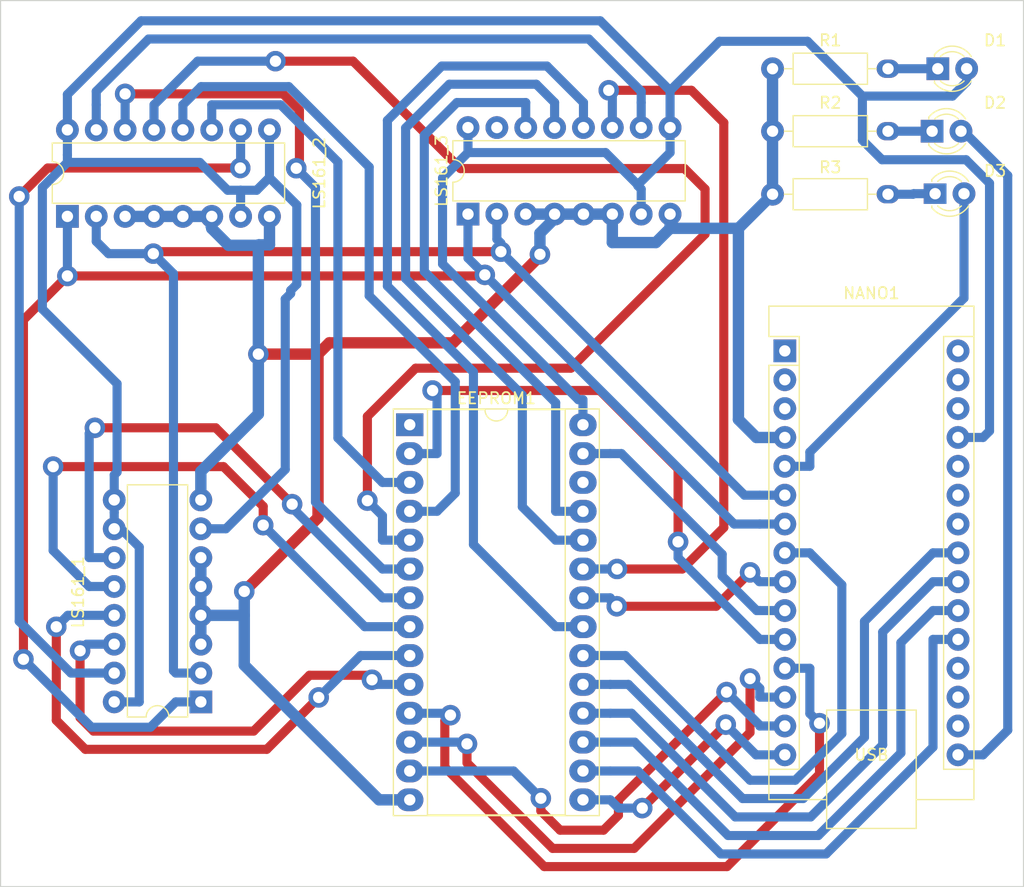
<source format=kicad_pcb>
(kicad_pcb (version 20240108) (generator "pcbnew") (generator_version "8.0")
  (layers (0 "F.Cu" signal) (31 "B.Cu" signal) (34 "B.Paste" user) (35 "F.Paste" user) (36 "B.SilkS" user "B.Silkscreen") (37 "F.SilkS" user "F.Silkscreen") (38 "B.Mask" user) (39 "F.Mask" user) (44 "Edge.Cuts" user))
  (net 0 "")
  (net 1 "VCC")
  (net 2 "Net-(D1-K)")
  (net 3 "Net-(D2-K)")
  (net 4 "Net-(D2-A)")
  (net 5 "Net-(D3-K)")
  (net 6 "Net-(D3-A)")
  (net 7 "Net-(EEPROM1-A12)")
  (net 8 "/D6")
  (net 9 "/D1")
  (net 10 "/D4")
  (net 11 "Net-(EEPROM1-A11)")
  (net 12 "/D0")
  (net 13 "/D5")
  (net 14 "/D3")
  (net 15 "/D2")
  (net 16 "Net-(EEPROM1-A6)")
  (net 17 "Net-(EEPROM1-~{WE})")
  (net 18 "Net-(EEPROM1-A1)")
  (net 19 "Net-(EEPROM1-A8)")
  (net 20 "GND")
  (net 21 "Net-(EEPROM1-A9)")
  (net 22 "Net-(EEPROM1-A2)")
  (net 23 "Net-(EEPROM1-~{CS})")
  (net 24 "Net-(EEPROM1-A3)")
  (net 25 "Net-(EEPROM1-A4)")
  (net 26 "Net-(EEPROM1-A0)")
  (net 27 "Net-(EEPROM1-A10)")
  (net 28 "/D7")
  (net 29 "Net-(EEPROM1-A5)")
  (net 30 "Net-(EEPROM1-~{OE})")
  (net 31 "Net-(EEPROM1-A7)")
  (net 32 "Net-(LS161_1-~{MR})")
  (net 33 "Net-(LS161_1-TC)")
  (net 34 "Net-(LS161_1-CP)")
  (net 35 "Net-(LS161_2-TC)")
  (footprint "Resistor_THT:R_Axial_DIN0207_L6.3mm_D2.5mm_P10.16mm_Horizontal" (layer "F.Cu") (at 175.42 53.05)
    (property "Reference" "R3")
    (property "Value" "330")
  )
  (footprint "Resistor_THT:R_Axial_DIN0207_L6.3mm_D2.5mm_P10.16mm_Horizontal" (layer "F.Cu") (at 175.42 42)
    (property "Reference" "R1")
    (property "Value" "180")
  )
  (footprint "Package_DIP:DIP-16_W7.62mm" (layer "F.Cu") (at 113.38 55 90)
    (property "Reference" "LS161_2")
    (property "Value" "74LS161")
  )
  (footprint "LED_THT:LED_D3.0mm" (layer "F.Cu") (at 189.96 42)
    (property "Reference" "D1")
    (property "Value" "PWR")
  )
  (footprint "Package_DIP:DIP-28_W15.24mm_Socket_LongPads" (layer "F.Cu") (at 143.5 73.34)
    (property "Reference" "EEPROM1")
    (property "Value" "28C64")
  )
  (footprint "Package_DIP:DIP-16_W7.62mm" (layer "F.Cu") (at 148.625 54.8 90)
    (property "Reference" "LS161_3")
    (property "Value" "74LS161")
  )
  (footprint "Resistor_THT:R_Axial_DIN0207_L6.3mm_D2.5mm_P10.16mm_Horizontal" (layer "F.Cu") (at 175.42 47.5)
    (property "Reference" "R2")
    (property "Value" "220")
  )
  (footprint "Module:Arduino_Nano" (layer "F.Cu") (at 176.5 66.84)
    (property "Reference" "NANO1")
    (property "Value" "Arduino_Nano_v3.x")
  )
  (footprint "Package_DIP:DIP-16_W7.62mm" (layer "F.Cu") (at 125.12 97.74 180)
    (property "Reference" "LS161_1")
    (property "Value" "74LS161")
  )
  (footprint "LED_THT:LED_D3.0mm" (layer "F.Cu") (at 189.46 47.5)
    (property "Reference" "D2")
    (property "Value" "OK")
  )
  (footprint "LED_THT:LED_D3.0mm" (layer "F.Cu") (at 189.725 53)
    (property "Reference" "D3")
    (property "Value" "ERROR")
  )
  (gr_rect (start 107.5 36) (end 197.5 114) (stroke (width 0.1)) (fill none) (layer "Edge.Cuts"))
  (segment (start 146.3855 59.1856) (end 146.3855 51.6212) (width 0.8) (layer "B.Cu") (net 1))
  (segment (start 133.0219 61.7925) (end 133.0219 61.5235) (width 0.8) (layer "B.Cu") (net 1))
  (segment (start 160.2581 37.782) (end 119.8633 37.782) (width 0.8) (layer "B.Cu") (net 1))
  (segment (start 170.7486 39.5853) (end 166.405 43.9289) (width 0.8) (layer "B.Cu") (net 1))
  (segment (start 191.74 74.46) (end 193.9417 74.46) (width 0.8) (layer "B.Cu") (net 1))
  (segment (start 158.74 71.1383) (end 158.3382 71.1383) (width 0.8) (layer "B.Cu") (net 1))
  (segment (start 125.0263 50.2461) (end 113.38 50.2461) (width 0.8) (layer "B.Cu") (net 1))
  (segment (start 127.3217 82.5) (end 132.5473 77.2744) (width 0.8) (layer "B.Cu") (net 1))
  (segment (start 158.3382 71.1383) (end 146.3855 59.1856) (width 0.8) (layer "B.Cu") (net 1))
  (segment (start 113.38 44.2653) (end 113.38 47.38) (width 0.8) (layer "B.Cu") (net 1))
  (segment (start 117.5 81.0608) (end 117.5 82.1617) (width 0.8) (layer "B.Cu") (net 1))
  (segment (start 192.4414 50.0108) (end 194.5108 52.0802) (width 0.8) (layer "B.Cu") (net 1))
  (segment (start 166.405 43.9289) (end 166.405 47.18) (width 0.8) (layer "B.Cu") (net 1))
  (segment (start 158.74 73.34) (end 158.74 71.1383) (width 0.8) (layer "B.Cu") (net 1))
  (segment (start 166.405 43.9289) (end 160.2581 37.782) (width 0.8) (layer "B.Cu") (net 1))
  (segment (start 130.0311 52.6983) (end 131.149 51.5804) (width 0.8) (layer "B.Cu") (net 1))
  (segment (start 113.38 47.38) (end 113.38 49.5817) (width 0.8) (layer "B.Cu") (net 1))
  (segment (start 119.7017 97.74) (end 119.7017 84.1068) (width 0.8) (layer "B.Cu") (net 1))
  (segment (start 185.0507 50.0108) (end 192.4414 50.0108) (width 0.8) (layer "B.Cu") (net 1))
  (segment (start 128.62 55) (end 128.62 52.7983) (width 0.8) (layer "B.Cu") (net 1))
  (segment (start 111.1783 63.1577) (end 117.751 69.7304) (width 0.8) (layer "B.Cu") (net 1))
  (segment (start 191.2489 44.4105) (end 183.3252 44.4105) (width 0.8) (layer "B.Cu") (net 1))
  (segment (start 163.5668 52.3001) (end 163.5668 52.2199) (width 0.8) (layer "B.Cu") (net 1))
  (segment (start 119.7017 84.1068) (end 117.7566 82.1617) (width 0.8) (layer "B.Cu") (net 1))
  (segment (start 178.5 39.5853) (end 170.7486 39.5853) (width 0.8) (layer "B.Cu") (net 1))
  (segment (start 113.38 50.2461) (end 113.38 49.5817) (width 0.8) (layer "B.Cu") (net 1))
  (segment (start 117.751 69.7304) (end 117.751 77.5073) (width 0.8) (layer "B.Cu") (net 1))
  (segment (start 192.5 43.1594) (end 191.2489 44.4105) (width 0.8) (layer "B.Cu") (net 1))
  (segment (start 194.5108 52.0802) (end 194.5108 73.8909) (width 0.8) (layer "B.Cu") (net 1))
  (segment (start 131.149 51.5804) (end 131.16 51.5694) (width 0.8) (layer "B.Cu") (net 1))
  (segment (start 125.12 82.5) (end 127.3217 82.5) (width 0.8) (layer "B.Cu") (net 1))
  (segment (start 192.5 42) (end 192.5 43.1594) (width 0.8) (layer "B.Cu") (net 1))
  (segment (start 119.8633 37.782) (end 113.38 44.2653) (width 0.8) (layer "B.Cu") (net 1))
  (segment (start 132.5473 77.2744) (end 132.5473 62.2671) (width 0.8) (layer "B.Cu") (net 1))
  (segment (start 117.5 81.0608) (end 117.5 79.96) (width 0.8) (layer "B.Cu") (net 1))
  (segment (start 133.5624 53.9939) (end 131.149 51.5804) (width 0.8) (layer "B.Cu") (net 1))
  (segment (start 127.4785 52.6983) (end 125.0263 50.2461) (width 0.8) (layer "B.Cu") (net 1))
  (segment (start 131.16 51.5694) (end 131.16 47.38) (width 0.8) (layer "B.Cu") (net 1))
  (segment (start 113.38 50.2461) (end 111.1783 52.4478) (width 0.8) (layer "B.Cu") (net 1))
  (segment (start 117.5 79.96) (end 117.5 77.7583) (width 0.8) (layer "B.Cu") (net 1))
  (segment (start 111.1783 52.4478) (end 111.1783 63.1577) (width 0.8) (layer "B.Cu") (net 1))
  (segment (start 146.3855 51.6212) (end 148.625 49.3817) (width 0.8) (layer "B.Cu") (net 1))
  (segment (start 194.5108 73.8909) (end 193.9417 74.46) (width 0.8) (layer "B.Cu") (net 1))
  (segment (start 133.0617 61.4816) (end 133.5624 60.9809) (width 0.8) (layer "B.Cu") (net 1))
  (segment (start 128.62 52.6983) (end 130.0311 52.6983) (width 0.8) (layer "B.Cu") (net 1))
  (segment (start 128.62 52.6983) (end 127.4785 52.6983) (width 0.8) (layer "B.Cu") (net 1))
  (segment (start 166.405 47.18) (end 166.405 49.3817) (width 0.8) (layer "B.Cu") (net 1))
  (segment (start 133.5624 60.9809) (end 133.5624 53.9939) (width 0.8) (layer "B.Cu") (net 1))
  (segment (start 183.3252 44.4105) (end 183.3252 48.2853) (width 0.8) (layer "B.Cu") (net 1))
  (segment (start 163.5668 52.2199) (end 160.7286 49.3817) (width 0.8) (layer "B.Cu") (net 1))
  (segment (start 133.0617 61.4837) (end 133.0617 61.4816) (width 0.8) (layer "B.Cu") (net 1))
  (segment (start 117.7566 82.1617) (end 117.5 82.1617) (width 0.8) (layer "B.Cu") (net 1))
  (segment (start 183.3252 44.4105) (end 178.5 39.5853) (width 0.8) (layer "B.Cu") (net 1))
  (segment (start 163.5668 52.2199) (end 166.405 49.3817) (width 0.8) (layer "B.Cu") (net 1))
  (segment (start 117.5 97.74) (end 119.7017 97.74) (width 0.8) (layer "B.Cu") (net 1))
  (segment (start 132.5473 62.2671) (end 133.0219 61.7925) (width 0.8) (layer "B.Cu") (net 1))
  (segment (start 163.865 54.8) (end 163.865 52.5983) (width 0.8) (layer "B.Cu") (net 1))
  (segment (start 148.625 47.18) (end 148.625 49.3817) (width 0.8) (layer "B.Cu") (net 1))
  (segment (start 128.62 52.7983) (end 128.62 52.6983) (width 0.8) (layer "B.Cu") (net 1))
  (segment (start 117.751 77.5073) (end 117.5 77.7583) (width 0.8) (layer "B.Cu") (net 1))
  (segment (start 163.865 52.5983) (end 163.5668 52.3001) (width 0.8) (layer "B.Cu") (net 1))
  (segment (start 160.7286 49.3817) (end 148.625 49.3817) (width 0.8) (layer "B.Cu") (net 1))
  (segment (start 117.5 82.5) (end 117.5 82.1617) (width 0.8) (layer "B.Cu") (net 1))
  (segment (start 133.0219 61.5235) (end 133.0617 61.4837) (width 0.8) (layer "B.Cu") (net 1))
  (segment (start 183.3252 48.2853) (end 185.0507 50.0108) (width 0.8) (layer "B.Cu") (net 1))
  (segment (start 189.96 42) (end 185.58 42) (width 0.8) (layer "B.Cu") (net 2))
  (segment (start 189.46 47.5) (end 185.58 47.5) (width 0.8) (layer "B.Cu") (net 3))
  (segment (start 196.1125 100.2292) (end 196.1125 51.4004) (width 0.8) (layer "B.Cu") (net 4))
  (segment (start 191.74 102.4) (end 193.9417 102.4) (width 0.8) (layer "B.Cu") (net 4))
  (segment (start 196.1125 51.4004) (end 192.2121 47.5) (width 0.8) (layer "B.Cu") (net 4))
  (segment (start 192.2121 47.5) (end 192 47.5) (width 0.8) (layer "B.Cu") (net 4))
  (segment (start 193.9417 102.4) (end 196.1125 100.2292) (width 0.8) (layer "B.Cu") (net 4))
  (segment (start 185.58 53.05) (end 187.7817 53.05) (width 0.8) (layer "B.Cu") (net 5))
  (segment (start 187.8317 53) (end 187.7817 53.05) (width 0.8) (layer "B.Cu") (net 5))
  (segment (start 189.725 53) (end 187.8317 53) (width 0.8) (layer "B.Cu") (net 5))
  (segment (start 176.5 77) (end 178.7017 77) (width 0.8) (layer "B.Cu") (net 6))
  (segment (start 192.265 53) (end 192.265 62.1879) (width 0.8) (layer "B.Cu") (net 6))
  (segment (start 192.265 62.1879) (end 178.7017 75.7512) (width 0.8) (layer "B.Cu") (net 6))
  (segment (start 178.7017 75.7512) (end 178.7017 77) (width 0.8) (layer "B.Cu") (net 6))
  (segment (start 160.2184 70.3267) (end 145.5114 70.3267) (width 0.8) (layer "F.Cu") (net 7))
  (segment (start 167.1093 77.2176) (end 160.2184 70.3267) (width 0.8) (layer "F.Cu") (net 7))
  (segment (start 167.1093 83.6461) (end 167.1093 77.2176) (width 0.8) (layer "F.Cu") (net 7))
  (via (at 167.1093 83.6461) (size 1.8) (drill 1) (layers "F.Cu" "B.Cu") (net 7))
  (via (at 145.5114 70.3267) (size 1.8) (drill 1) (layers "F.Cu" "B.Cu") (net 7))
  (segment (start 174.2983 92.24) (end 167.1093 85.051) (width 0.8) (layer "B.Cu") (net 7))
  (segment (start 143.5 75.88) (end 145.9017 75.88) (width 0.8) (layer "B.Cu") (net 7))
  (segment (start 176.5 92.24) (end 174.2983 92.24) (width 0.8) (layer "B.Cu") (net 7))
  (segment (start 145.9017 70.717) (end 145.9017 75.88) (width 0.8) (layer "B.Cu") (net 7))
  (segment (start 145.5114 70.3267) (end 145.9017 70.717) (width 0.8) (layer "B.Cu") (net 7))
  (segment (start 167.1093 85.051) (end 167.1093 83.6461) (width 0.8) (layer "B.Cu") (net 7))
  (segment (start 185.11 91.5883) (end 189.5383 87.16) (width 0.8) (layer "B.Cu") (net 8))
  (segment (start 178.7772 107.8642) (end 185.11 101.5314) (width 0.8) (layer "B.Cu") (net 8))
  (segment (start 172.1376 107.8642) (end 178.7772 107.8642) (width 0.8) (layer "B.Cu") (net 8))
  (segment (start 161.1417 98.74) (end 163.0134 98.74) (width 0.8) (layer "B.Cu") (net 8))
  (segment (start 163.0134 98.74) (end 172.1376 107.8642) (width 0.8) (layer "B.Cu") (net 8))
  (segment (start 191.74 87.16) (end 189.5383 87.16) (width 0.8) (layer "B.Cu") (net 8))
  (segment (start 185.11 101.5314) (end 185.11 91.5883) (width 0.8) (layer "B.Cu") (net 8))
  (segment (start 158.74 98.74) (end 161.1417 98.74) (width 0.8) (layer "B.Cu") (net 8))
  (segment (start 173.4391 100.4353) (end 173.4391 95.6847) (width 0.8) (layer "F.Cu") (net 9))
  (segment (start 163.2394 110.635) (end 173.4391 100.4353) (width 0.8) (layer "F.Cu") (net 9))
  (segment (start 148.5374 103.1049) (end 156.0675 110.635) (width 0.8) (layer "F.Cu") (net 9))
  (segment (start 148.5374 101.4331) (end 148.5374 103.1049) (width 0.8) (layer "F.Cu") (net 9))
  (segment (start 156.0675 110.635) (end 163.2394 110.635) (width 0.8) (layer "F.Cu") (net 9))
  (via (at 173.4391 95.6847) (size 1.8) (drill 1) (layers "F.Cu" "B.Cu") (net 9))
  (via (at 148.5374 101.4331) (size 1.8) (drill 1) (layers "F.Cu" "B.Cu") (net 9))
  (segment (start 143.5 101.28) (end 148.3843 101.28) (width 0.8) (layer "B.Cu") (net 9))
  (segment (start 176.5 97.32) (end 174.2983 97.32) (width 0.8) (layer "B.Cu") (net 9))
  (segment (start 174.2983 97.32) (end 174.2983 96.5439) (width 0.8) (layer "B.Cu") (net 9))
  (segment (start 148.3843 101.28) (end 148.5374 101.4331) (width 0.8) (layer "B.Cu") (net 9))
  (segment (start 174.2983 96.5439) (end 173.4391 95.6847) (width 0.8) (layer "B.Cu") (net 9))
  (segment (start 189.5383 101.7186) (end 189.5383 92.24) (width 0.8) (layer "B.Cu") (net 10))
  (segment (start 180.1306 111.1263) (end 189.5383 101.7186) (width 0.8) (layer "B.Cu") (net 10))
  (segment (start 158.74 103.82) (end 161.1417 103.82) (width 0.8) (layer "B.Cu") (net 10))
  (segment (start 170.8693 111.1263) (end 180.1306 111.1263) (width 0.8) (layer "B.Cu") (net 10))
  (segment (start 191.74 92.24) (end 189.5383 92.24) (width 0.8) (layer "B.Cu") (net 10))
  (segment (start 163.563 103.82) (end 170.8693 111.1263) (width 0.8) (layer "B.Cu") (net 10))
  (segment (start 161.1417 103.82) (end 163.563 103.82) (width 0.8) (layer "B.Cu") (net 10))
  (segment (start 171.1298 46.7471) (end 171.1298 82.3944) (width 0.8) (layer "F.Cu") (net 11))
  (segment (start 161.0097 43.8994) (end 168.2821 43.8994) (width 0.8) (layer "F.Cu") (net 11))
  (segment (start 171.1298 82.3944) (end 167.4842 86.04) (width 0.8) (layer "F.Cu") (net 11))
  (segment (start 168.2821 43.8994) (end 171.1298 46.7471) (width 0.8) (layer "F.Cu") (net 11))
  (segment (start 167.4842 86.04) (end 161.7404 86.04) (width 0.8) (layer "F.Cu") (net 11))
  (via (at 161.0097 43.8994) (size 1.8) (drill 1) (layers "F.Cu" "B.Cu") (net 11))
  (via (at 161.7404 86.04) (size 1.8) (drill 1) (layers "F.Cu" "B.Cu") (net 11))
  (segment (start 161.325 47.18) (end 161.325 44.2147) (width 0.8) (layer "B.Cu") (net 11))
  (segment (start 158.74 86.04) (end 161.7404 86.04) (width 0.8) (layer "B.Cu") (net 11))
  (segment (start 161.325 44.2147) (end 161.0097 43.8994) (width 0.8) (layer "B.Cu") (net 11))
  (segment (start 179.5523 104.1033) (end 179.5523 99.6158) (width 0.8) (layer "F.Cu") (net 12))
  (segment (start 155.3332 112.2367) (end 171.4189 112.2367) (width 0.8) (layer "F.Cu") (net 12))
  (segment (start 171.4189 112.2367) (end 179.5523 104.1033) (width 0.8) (layer "F.Cu") (net 12))
  (segment (start 146.5857 103.4892) (end 155.3332 112.2367) (width 0.8) (layer "F.Cu") (net 12))
  (segment (start 147.078 98.9074) (end 146.5857 99.3997) (width 0.8) (layer "F.Cu") (net 12))
  (segment (start 146.5857 99.3997) (end 146.5857 103.4892) (width 0.8) (layer "F.Cu") (net 12))
  (via (at 179.5523 99.6158) (size 1.8) (drill 1) (layers "F.Cu" "B.Cu") (net 12))
  (via (at 147.078 98.9074) (size 1.8) (drill 1) (layers "F.Cu" "B.Cu") (net 12))
  (segment (start 176.5 94.78) (end 178.7017 94.78) (width 0.8) (layer "B.Cu") (net 12))
  (segment (start 143.5 98.74) (end 146.9106 98.74) (width 0.8) (layer "B.Cu") (net 12))
  (segment (start 178.7017 98.7652) (end 179.5523 99.6158) (width 0.8) (layer "B.Cu") (net 12))
  (segment (start 178.7017 94.78) (end 178.7017 98.7652) (width 0.8) (layer "B.Cu") (net 12))
  (segment (start 146.9106 98.74) (end 147.078 98.9074) (width 0.8) (layer "B.Cu") (net 12))
  (segment (start 179.446 109.503) (end 186.7117 102.2373) (width 0.8) (layer "B.Cu") (net 13))
  (segment (start 191.74 89.7) (end 189.5383 89.7) (width 0.8) (layer "B.Cu") (net 13))
  (segment (start 161.1417 101.28) (end 163.2882 101.28) (width 0.8) (layer "B.Cu") (net 13))
  (segment (start 163.2882 101.28) (end 171.5112 109.503) (width 0.8) (layer "B.Cu") (net 13))
  (segment (start 171.5112 109.503) (end 179.446 109.503) (width 0.8) (layer "B.Cu") (net 13))
  (segment (start 186.7117 92.5266) (end 189.5383 89.7) (width 0.8) (layer "B.Cu") (net 13))
  (segment (start 158.74 101.28) (end 161.1417 101.28) (width 0.8) (layer "B.Cu") (net 13))
  (segment (start 186.7117 102.2373) (end 186.7117 92.5266) (width 0.8) (layer "B.Cu") (net 13))
  (segment (start 171.3058 99.7394) (end 163.9559 107.0893) (width 0.8) (layer "F.Cu") (net 14))
  (via (at 171.3058 99.7394) (size 1.8) (drill 1) (layers "F.Cu" "B.Cu") (net 14))
  (via (at 163.9559 107.0893) (size 1.8) (drill 1) (layers "F.Cu" "B.Cu") (net 14))
  (segment (start 176.5 102.4) (end 173.9664 102.4) (width 0.8) (layer "B.Cu") (net 14))
  (segment (start 161.871 107.0893) (end 163.9559 107.0893) (width 0.8) (layer "B.Cu") (net 14))
  (segment (start 158.74 106.36) (end 161.1417 106.36) (width 0.8) (layer "B.Cu") (net 14))
  (segment (start 161.1417 106.36) (end 161.871 107.0893) (width 0.8) (layer "B.Cu") (net 14))
  (segment (start 173.9664 102.4) (end 171.3058 99.7394) (width 0.8) (layer "B.Cu") (net 14))
  (segment (start 155.035 107.3374) (end 156.7309 109.0333) (width 0.8) (layer "F.Cu") (net 15))
  (segment (start 160.5499 109.0333) (end 161.8605 107.7227) (width 0.8) (layer "F.Cu") (net 15))
  (segment (start 155.035 106.2191) (end 155.035 107.3374) (width 0.8) (layer "F.Cu") (net 15))
  (segment (start 161.8605 106.3875) (end 171.3735 96.8745) (width 0.8) (layer "F.Cu") (net 15))
  (segment (start 161.8605 107.7227) (end 161.8605 106.3875) (width 0.8) (layer "F.Cu") (net 15))
  (segment (start 155.0349 106.2191) (end 155.035 106.2191) (width 0.8) (layer "F.Cu") (net 15))
  (segment (start 156.7309 109.0333) (end 160.5499 109.0333) (width 0.8) (layer "F.Cu") (net 15))
  (via (at 171.3735 96.8745) (size 1.8) (drill 1) (layers "F.Cu" "B.Cu") (net 15))
  (via (at 155.0349 106.2191) (size 1.8) (drill 1) (layers "F.Cu" "B.Cu") (net 15))
  (segment (start 174.2983 99.7993) (end 171.3735 96.8745) (width 0.8) (layer "B.Cu") (net 15))
  (segment (start 155.0349 106.2191) (end 152.6358 103.82) (width 0.8) (layer "B.Cu") (net 15))
  (segment (start 174.2983 99.86) (end 174.2983 99.7993) (width 0.8) (layer "B.Cu") (net 15))
  (segment (start 152.6358 103.82) (end 143.5 103.82) (width 0.8) (layer "B.Cu") (net 15))
  (segment (start 176.5 99.86) (end 174.2983 99.86) (width 0.8) (layer "B.Cu") (net 15))
  (segment (start 125.1417 43.5766) (end 123.54 45.1783) (width 0.8) (layer "B.Cu") (net 16))
  (segment (start 139.9321 61.9872) (end 139.9321 50.6534) (width 0.8) (layer "B.Cu") (net 16))
  (segment (start 147.5034 79.3583) (end 147.5034 69.5585) (width 0.8) (layer "B.Cu") (net 16))
  (segment (start 132.8553 43.5766) (end 125.1417 43.5766) (width 0.8) (layer "B.Cu") (net 16))
  (segment (start 143.5 80.96) (end 145.9017 80.96) (width 0.8) (layer "B.Cu") (net 16))
  (segment (start 139.9321 50.6534) (end 132.8553 43.5766) (width 0.8) (layer "B.Cu") (net 16))
  (segment (start 147.5034 69.5585) (end 139.9321 61.9872) (width 0.8) (layer "B.Cu") (net 16))
  (segment (start 123.54 47.38) (end 123.54 45.1783) (width 0.8) (layer "B.Cu") (net 16))
  (segment (start 145.9017 80.96) (end 147.5034 79.3583) (width 0.8) (layer "B.Cu") (net 16))
  (segment (start 170.9894 84.7443) (end 162.1251 75.88) (width 0.8) (layer "B.Cu") (net 17))
  (segment (start 174.2983 89.7) (end 174.0261 89.7) (width 0.8) (layer "B.Cu") (net 17))
  (segment (start 162.1251 75.88) (end 161.1417 75.88) (width 0.8) (layer "B.Cu") (net 17))
  (segment (start 176.5 89.7) (end 174.2983 89.7) (width 0.8) (layer "B.Cu") (net 17))
  (segment (start 174.0261 89.7) (end 170.9894 86.6633) (width 0.8) (layer "B.Cu") (net 17))
  (segment (start 170.9894 86.6633) (end 170.9894 84.7443) (width 0.8) (layer "B.Cu") (net 17))
  (segment (start 158.74 75.88) (end 161.1417 75.88) (width 0.8) (layer "B.Cu") (net 17))
  (segment (start 112.404 99.3601) (end 114.9583 101.9144) (width 0.8) (layer "F.Cu") (net 18))
  (segment (start 114.9583 101.9144) (end 130.9212 101.9144) (width 0.8) (layer "F.Cu") (net 18))
  (segment (start 112.404 91.1293) (end 112.404 99.3601) (width 0.8) (layer "F.Cu") (net 18))
  (segment (start 130.9212 101.9144) (end 135.4896 97.346) (width 0.8) (layer "F.Cu") (net 18))
  (via (at 112.404 91.1293) (size 1.8) (drill 1) (layers "F.Cu" "B.Cu") (net 18))
  (via (at 135.4896 97.346) (size 1.8) (drill 1) (layers "F.Cu" "B.Cu") (net 18))
  (segment (start 113.4133 90.12) (end 112.404 91.1293) (width 0.8) (layer "B.Cu") (net 18))
  (segment (start 139.1756 93.66) (end 143.5 93.66) (width 0.8) (layer "B.Cu") (net 18))
  (segment (start 117.5 90.12) (end 113.4133 90.12) (width 0.8) (layer "B.Cu") (net 18))
  (segment (start 135.4896 97.346) (end 139.1756 93.66) (width 0.8) (layer "B.Cu") (net 18))
  (segment (start 144.783 47.8451) (end 147.6498 44.9783) (width 0.8) (layer "B.Cu") (net 19))
  (segment (start 147.6498 44.9783) (end 153.705 44.9783) (width 0.8) (layer "B.Cu") (net 19))
  (segment (start 156.3383 71.4036) (end 144.783 59.8483) (width 0.8) (layer "B.Cu") (net 19))
  (segment (start 156.3383 80.96) (end 156.3383 71.4036) (width 0.8) (layer "B.Cu") (net 19))
  (segment (start 153.705 47.18) (end 153.705 44.9783) (width 0.8) (layer "B.Cu") (net 19))
  (segment (start 158.74 80.96) (end 156.3383 80.96) (width 0.8) (layer "B.Cu") (net 19))
  (segment (start 144.783 59.8483) (end 144.783 47.8451) (width 0.8) (layer "B.Cu") (net 19))
  (segment (start 154.9552 58.483) (end 147.3088 66.1294) (width 1) (layer "F.Cu") (net 20))
  (segment (start 136.4232 66.1294) (end 135.4299 67.1227) (width 1) (layer "F.Cu") (net 20))
  (segment (start 135.4299 81.5208) (end 128.9417 88.009) (width 1) (layer "F.Cu") (net 20))
  (segment (start 154.9552 58.3421) (end 154.9552 58.483) (width 1) (layer "F.Cu") (net 20))
  (segment (start 135.4299 67.1227) (end 135.4299 81.5208) (width 1) (layer "F.Cu") (net 20))
  (segment (start 147.3088 66.1294) (end 136.4232 66.1294) (width 1) (layer "F.Cu") (net 20))
  (segment (start 135.4299 67.1227) (end 130.1814 67.1227) (width 1) (layer "F.Cu") (net 20))
  (via (at 130.1814 67.1227) (size 1.8) (drill 1) (layers "F.Cu" "B.Cu") (net 20))
  (via (at 128.9417 88.009) (size 1.8) (drill 1) (layers "F.Cu" "B.Cu") (net 20))
  (via (at 154.9552 58.3421) (size 1.8) (drill 1) (layers "F.Cu" "B.Cu") (net 20))
  (segment (start 161.325 57.3017) (end 165.1541 57.3017) (width 1) (layer "B.Cu") (net 20))
  (segment (start 128.9417 94.5034) (end 128.9417 90.12) (width 1) (layer "B.Cu") (net 20))
  (segment (start 125.12 87.58) (end 125.12 90.0817) (width 1) (layer "B.Cu") (net 20))
  (segment (start 130.1814 72.3969) (end 130.1814 67.1227) (width 1) (layer "B.Cu") (net 20))
  (segment (start 176.5 74.46) (end 173.9983 74.46) (width 1) (layer "B.Cu") (net 20))
  (segment (start 125.7455 90.12) (end 125.7072 90.0817) (width 1) (layer "B.Cu") (net 20))
  (segment (start 156.245 54.9292) (end 156.2833 54.8909) (width 1) (layer "B.Cu") (net 20))
  (segment (start 173.9983 74.46) (end 172.4192 72.8809) (width 1) (layer "B.Cu") (net 20))
  (segment (start 143.5 106.36) (end 140.7983 106.36) (width 1) (layer "B.Cu") (net 20))
  (segment (start 123.54 55) (end 126.0417 55) (width 1) (layer "B.Cu") (net 20))
  (segment (start 156.2067 55.0201) (end 156.2067 54.8) (width 1) (layer "B.Cu") (net 20))
  (segment (start 125.12 77.4583) (end 130.1814 72.3969) (width 1) (layer "B.Cu") (net 20))
  (segment (start 156.245 54.8) (end 156.245 54.9292) (width 1) (layer "B.Cu") (net 20))
  (segment (start 140.7983 106.36) (end 128.9417 94.5034) (width 1) (layer "B.Cu") (net 20))
  (segment (start 126.08 55.9381) (end 126.0417 55.8998) (width 1) (layer "B.Cu") (net 20))
  (segment (start 121 55) (end 118.46 55) (width 1) (layer "B.Cu") (net 20))
  (segment (start 131.16 57.5017) (end 130.2255 57.5017) (width 1) (layer "B.Cu") (net 20))
  (segment (start 125.12 85.04) (end 125.12 87.58) (width 1) (layer "B.Cu") (net 20))
  (segment (start 166.405 56.0508) (end 172.4192 56.0508) (width 1) (layer "B.Cu") (net 20))
  (segment (start 125.12 79.96) (end 125.12 77.4583) (width 1) (layer "B.Cu") (net 20))
  (segment (start 172.4192 56.0508) (end 175.42 53.05) (width 1) (layer "B.Cu") (net 20))
  (segment (start 130.1814 57.5458) (end 127.557 57.5458) (width 1) (layer "B.Cu") (net 20))
  (segment (start 156.245 54.9292) (end 156.245 55.0584) (width 1) (layer "B.Cu") (net 20))
  (segment (start 131.16 55) (end 131.16 57.5017) (width 1) (layer "B.Cu") (net 20))
  (segment (start 130.2255 57.5017) (end 130.1814 57.5458) (width 1) (layer "B.Cu") (net 20))
  (segment (start 127.557 57.5458) (end 126.08 56.0688) (width 1) (layer "B.Cu") (net 20))
  (segment (start 128.9417 90.12) (end 128.9417 88.009) (width 1) (layer "B.Cu") (net 20))
  (segment (start 156.2833 54.8909) (end 156.2833 54.8) (width 1) (layer "B.Cu") (net 20))
  (segment (start 166.405 54.8) (end 166.405 56.0508) (width 1) (layer "B.Cu") (net 20))
  (segment (start 175.42 53.05) (end 175.42 47.5) (width 1) (layer "B.Cu") (net 20))
  (segment (start 158.785 54.8) (end 156.2833 54.8) (width 1) (layer "B.Cu") (net 20))
  (segment (start 172.4192 72.8809) (end 172.4192 56.0508) (width 1) (layer "B.Cu") (net 20))
  (segment (start 126.08 56.0688) (end 126.08 55.9381) (width 1) (layer "B.Cu") (net 20))
  (segment (start 156.245 55.0584) (end 156.2067 55.0201) (width 1) (layer "B.Cu") (net 20))
  (segment (start 123.54 55) (end 121 55) (width 1) (layer "B.Cu") (net 20))
  (segment (start 153.705 54.8) (end 156.2067 54.8) (width 1) (layer "B.Cu") (net 20))
  (segment (start 156.245 55.1876) (end 154.9552 56.4774) (width 1) (layer "B.Cu") (net 20))
  (segment (start 126.08 55) (end 126.08 55.9381) (width 1) (layer "B.Cu") (net 20))
  (segment (start 161.325 54.8) (end 161.325 57.3017) (width 1) (layer "B.Cu") (net 20))
  (segment (start 125.3945 90.1583) (end 125.12 90.1583) (width 1) (layer "B.Cu") (net 20))
  (segment (start 130.1814 67.1227) (end 130.1814 57.5458) (width 1) (layer "B.Cu") (net 20))
  (segment (start 125.7072 90.0817) (end 125.12 90.0817) (width 1) (layer "B.Cu") (net 20))
  (segment (start 128.9417 90.12) (end 125.7455 90.12) (width 1) (layer "B.Cu") (net 20))
  (segment (start 125.12 92.66) (end 125.12 90.1583) (width 1) (layer "B.Cu") (net 20))
  (segment (start 125.12 90.12) (end 125.4328 90.12) (width 1) (layer "B.Cu") (net 20))
  (segment (start 165.1541 57.3017) (end 166.405 56.0508) (width 1) (layer "B.Cu") (net 20))
  (segment (start 158.785 54.8) (end 161.325 54.8) (width 1) (layer "B.Cu") (net 20))
  (segment (start 125.4328 90.12) (end 125.3945 90.1583) (width 1) (layer "B.Cu") (net 20))
  (segment (start 175.42 42) (end 175.42 47.5) (width 1) (layer "B.Cu") (net 20))
  (segment (start 125.4328 90.12) (end 125.7455 90.12) (width 1) (layer "B.Cu") (net 20))
  (segment (start 154.9552 56.4774) (end 154.9552 58.3421) (width 1) (layer "B.Cu") (net 20))
  (segment (start 156.245 55.0584) (end 156.245 55.1876) (width 1) (layer "B.Cu") (net 20))
  (segment (start 126.0417 55.8998) (end 126.0417 55) (width 1) (layer "B.Cu") (net 20))
  (segment (start 156.245 47.18) (end 156.245 44.9783) (width 0.8) (layer "B.Cu") (net 21))
  (segment (start 158.74 83.5) (end 156.3383 83.5) (width 0.8) (layer "B.Cu") (net 21))
  (segment (start 154.6327 43.366) (end 156.245 44.9783) (width 0.8) (layer "B.Cu") (net 21))
  (segment (start 153.4071 80.5688) (end 153.4071 70.7376) (width 0.8) (layer "B.Cu") (net 21))
  (segment (start 143.137 60.4675) (end 143.137 47.2114) (width 0.8) (layer "B.Cu") (net 21))
  (segment (start 143.137 47.2114) (end 146.9824 43.366) (width 0.8) (layer "B.Cu") (net 21))
  (segment (start 146.9824 43.366) (end 154.6327 43.366) (width 0.8) (layer "B.Cu") (net 21))
  (segment (start 153.4071 70.7376) (end 143.137 60.4675) (width 0.8) (layer "B.Cu") (net 21))
  (segment (start 156.3383 83.5) (end 153.4071 80.5688) (width 0.8) (layer "B.Cu") (net 21))
  (segment (start 127.1112 77.0273) (end 112.1263 77.0273) (width 0.8) (layer "F.Cu") (net 22))
  (segment (start 130.6076 82.1831) (end 130.6076 80.5237) (width 0.8) (layer "F.Cu") (net 22))
  (segment (start 130.6076 80.5237) (end 127.1112 77.0273) (width 0.8) (layer "F.Cu") (net 22))
  (via (at 130.6076 82.1831) (size 1.8) (drill 1) (layers "F.Cu" "B.Cu") (net 22))
  (via (at 112.1263 77.0273) (size 1.8) (drill 1) (layers "F.Cu" "B.Cu") (net 22))
  (segment (start 130.6076 82.1831) (end 139.5445 91.12) (width 0.8) (layer "B.Cu") (net 22))
  (segment (start 117.5 87.58) (end 115.2983 87.58) (width 0.8) (layer "B.Cu") (net 22))
  (segment (start 139.5445 91.12) (end 143.5 91.12) (width 0.8) (layer "B.Cu") (net 22))
  (segment (start 115.2983 87.58) (end 112.1263 84.408) (width 0.8) (layer "B.Cu") (net 22))
  (segment (start 112.1263 84.408) (end 112.1263 77.0273) (width 0.8) (layer "B.Cu") (net 22))
  (segment (start 162.466 93.66) (end 158.74 93.66) (width 0.8) (layer "B.Cu") (net 23))
  (segment (start 177.4194 104.6357) (end 173.4417 104.6357) (width 0.8) (layer "B.Cu") (net 23))
  (segment (start 181.5152 87.4335) (end 181.5152 100.5399) (width 0.8) (layer "B.Cu") (net 23))
  (segment (start 176.5 84.62) (end 178.7017 84.62) (width 0.8) (layer "B.Cu") (net 23))
  (segment (start 173.4417 104.6357) (end 162.466 93.66) (width 0.8) (layer "B.Cu") (net 23))
  (segment (start 181.5152 100.5399) (end 177.4194 104.6357) (width 0.8) (layer "B.Cu") (net 23))
  (segment (start 178.7017 84.62) (end 181.5152 87.4335) (width 0.8) (layer "B.Cu") (net 23))
  (segment (start 133.1531 80.3349) (end 126.4278 73.6096) (width 0.8) (layer "F.Cu") (net 24))
  (segment (start 126.4278 73.6096) (end 115.7992 73.6096) (width 0.8) (layer "F.Cu") (net 24))
  (via (at 115.7992 73.6096) (size 1.8) (drill 1) (layers "F.Cu" "B.Cu") (net 24))
  (via (at 133.1531 80.3349) (size 1.8) (drill 1) (layers "F.Cu" "B.Cu") (net 24))
  (segment (start 133.1531 80.3349) (end 133.1531 80.6348) (width 0.8) (layer "B.Cu") (net 24))
  (segment (start 143.5 88.58) (end 141.0983 88.58) (width 0.8) (layer "B.Cu") (net 24))
  (segment (start 115.2983 74.1105) (end 115.7992 73.6096) (width 0.8) (layer "B.Cu") (net 24))
  (segment (start 115.2983 85.04) (end 115.2983 74.1105) (width 0.8) (layer "B.Cu") (net 24))
  (segment (start 133.1531 80.6348) (end 141.0983 88.58) (width 0.8) (layer "B.Cu") (net 24))
  (segment (start 117.5 85.04) (end 115.2983 85.04) (width 0.8) (layer "B.Cu") (net 24))
  (segment (start 132.348 44.2132) (end 118.46 44.2132) (width 0.8) (layer "F.Cu") (net 25))
  (segment (start 133.7946 50.4839) (end 133.7946 45.6598) (width 0.8) (layer "F.Cu") (net 25))
  (segment (start 133.7946 45.6598) (end 132.348 44.2132) (width 0.8) (layer "F.Cu") (net 25))
  (segment (start 133.5177 50.7608) (end 133.7946 50.4839) (width 0.8) (layer "F.Cu") (net 25))
  (via (at 118.46 44.2132) (size 1.8) (drill 1) (layers "F.Cu" "B.Cu") (net 25))
  (via (at 133.5177 50.7608) (size 1.8) (drill 1) (layers "F.Cu" "B.Cu") (net 25))
  (segment (start 135.2064 80.1481) (end 135.2064 52.4495) (width 0.8) (layer "B.Cu") (net 25))
  (segment (start 143.5 86.04) (end 141.0983 86.04) (width 0.8) (layer "B.Cu") (net 25))
  (segment (start 135.2064 52.4495) (end 133.5177 50.7608) (width 0.8) (layer "B.Cu") (net 25))
  (segment (start 118.46 47.38) (end 118.46 44.2132) (width 0.8) (layer "B.Cu") (net 25))
  (segment (start 141.0983 86.04) (end 135.2064 80.1481) (width 0.8) (layer "B.Cu") (net 25))
  (segment (start 115.6813 100.3116) (end 129.7639 100.3116) (width 0.8) (layer "F.Cu") (net 26))
  (segment (start 114.4938 93.2374) (end 114.4938 99.1241) (width 0.8) (layer "F.Cu") (net 26))
  (segment (start 134.6812 95.3943) (end 139.7834 95.3943) (width 0.8) (layer "F.Cu") (net 26))
  (segment (start 114.4938 99.1241) (end 115.6813 100.3116) (width 0.8) (layer "F.Cu") (net 26))
  (segment (start 129.7639 100.3116) (end 134.6812 95.3943) (width 0.8) (layer "F.Cu") (net 26))
  (segment (start 139.7834 95.3943) (end 140.1797 95.7906) (width 0.8) (layer "F.Cu") (net 26))
  (via (at 140.1797 95.7906) (size 1.8) (drill 1) (layers "F.Cu" "B.Cu") (net 26))
  (via (at 114.4938 93.2374) (size 1.8) (drill 1) (layers "F.Cu" "B.Cu") (net 26))
  (segment (start 117.5 92.66) (end 115.0712 92.66) (width 0.8) (layer "B.Cu") (net 26))
  (segment (start 143.5 96.2) (end 140.5891 96.2) (width 0.8) (layer "B.Cu") (net 26))
  (segment (start 115.0712 92.66) (end 114.4938 93.2374) (width 0.8) (layer "B.Cu") (net 26))
  (segment (start 140.5891 96.2) (end 140.1797 95.7906) (width 0.8) (layer "B.Cu") (net 26))
  (segment (start 141.5353 46.5479) (end 146.3189 41.7643) (width 0.8) (layer "B.Cu") (net 27))
  (segment (start 149.1051 68.7009) (end 141.5353 61.1311) (width 0.8) (layer "B.Cu") (net 27))
  (segment (start 141.5353 61.1311) (end 141.5353 46.5479) (width 0.8) (layer "B.Cu") (net 27))
  (segment (start 158.785 47.18) (end 158.785 44.9783) (width 0.8) (layer "B.Cu") (net 27))
  (segment (start 155.571 41.7643) (end 158.785 44.9783) (width 0.8) (layer "B.Cu") (net 27))
  (segment (start 156.3383 91.12) (end 149.1051 83.8868) (width 0.8) (layer "B.Cu") (net 27))
  (segment (start 149.1051 83.8868) (end 149.1051 68.7009) (width 0.8) (layer "B.Cu") (net 27))
  (segment (start 146.3189 41.7643) (end 155.571 41.7643) (width 0.8) (layer "B.Cu") (net 27))
  (segment (start 158.74 91.12) (end 156.3383 91.12) (width 0.8) (layer "B.Cu") (net 27))
  (segment (start 178.1119 106.2498) (end 183.5083 100.8534) (width 0.8) (layer "B.Cu") (net 28))
  (segment (start 172.7884 106.2498) (end 178.1119 106.2498) (width 0.8) (layer "B.Cu") (net 28))
  (segment (start 161.1417 96.2) (end 162.7386 96.2) (width 0.8) (layer "B.Cu") (net 28))
  (segment (start 162.7386 96.2) (end 172.7884 106.2498) (width 0.8) (layer "B.Cu") (net 28))
  (segment (start 191.74 84.62) (end 189.5383 84.62) (width 0.8) (layer "B.Cu") (net 28))
  (segment (start 183.5083 90.65) (end 189.5383 84.62) (width 0.8) (layer "B.Cu") (net 28))
  (segment (start 183.5083 100.8534) (end 183.5083 90.65) (width 0.8) (layer "B.Cu") (net 28))
  (segment (start 158.74 96.2) (end 161.1417 96.2) (width 0.8) (layer "B.Cu") (net 28))
  (segment (start 144.0215 68.3603) (end 139.7737 72.6081) (width 0.8) (layer "F.Cu") (net 29))
  (segment (start 147.964 50.7876) (end 167.6752 50.7876) (width 0.8) (layer "F.Cu") (net 29))
  (segment (start 169.4826 56.5614) (end 157.6837 68.3603) (width 0.8) (layer "F.Cu") (net 29))
  (segment (start 138.5118 41.3354) (end 147.964 50.7876) (width 0.8) (layer "F.Cu") (net 29))
  (segment (start 139.7737 72.6081) (end 139.7737 80.0217) (width 0.8) (layer "F.Cu") (net 29))
  (segment (start 157.6837 68.3603) (end 144.0215 68.3603) (width 0.8) (layer "F.Cu") (net 29))
  (segment (start 167.6752 50.7876) (end 169.4826 52.595) (width 0.8) (layer "F.Cu") (net 29))
  (segment (start 131.6848 41.3354) (end 138.5118 41.3354) (width 0.8) (layer "F.Cu") (net 29))
  (segment (start 169.4826 52.595) (end 169.4826 56.5614) (width 0.8) (layer "F.Cu") (net 29))
  (via (at 131.6848 41.3354) (size 1.8) (drill 1) (layers "F.Cu" "B.Cu") (net 29))
  (via (at 139.7737 80.0217) (size 1.8) (drill 1) (layers "F.Cu" "B.Cu") (net 29))
  (segment (start 141.0983 83.5) (end 141.0983 81.3463) (width 0.8) (layer "B.Cu") (net 29))
  (segment (start 131.6848 41.3354) (end 124.8429 41.3354) (width 0.8) (layer "B.Cu") (net 29))
  (segment (start 141.0983 81.3463) (end 139.7737 80.0217) (width 0.8) (layer "B.Cu") (net 29))
  (segment (start 143.5 83.5) (end 141.0983 83.5) (width 0.8) (layer "B.Cu") (net 29))
  (segment (start 124.8429 41.3354) (end 121 45.1783) (width 0.8) (layer "B.Cu") (net 29))
  (segment (start 121 47.38) (end 121 45.1783) (width 0.8) (layer "B.Cu") (net 29))
  (segment (start 173.4435 86.3357) (end 170.4588 89.3204) (width 0.8) (layer "F.Cu") (net 30))
  (segment (start 170.4588 89.3204) (end 161.7132 89.3204) (width 0.8) (layer "F.Cu") (net 30))
  (via (at 173.4435 86.3357) (size 1.8) (drill 1) (layers "F.Cu" "B.Cu") (net 30))
  (via (at 161.7132 89.3204) (size 1.8) (drill 1) (layers "F.Cu" "B.Cu") (net 30))
  (segment (start 161.1417 88.58) (end 161.1417 88.7489) (width 0.8) (layer "B.Cu") (net 30))
  (segment (start 158.74 88.58) (end 161.1417 88.58) (width 0.8) (layer "B.Cu") (net 30))
  (segment (start 174.2678 87.16) (end 173.4435 86.3357) (width 0.8) (layer "B.Cu") (net 30))
  (segment (start 176.5 87.16) (end 174.2678 87.16) (width 0.8) (layer "B.Cu") (net 30))
  (segment (start 161.1417 88.7489) (end 161.7132 89.3204) (width 0.8) (layer "B.Cu") (net 30))
  (segment (start 141.0983 78.42) (end 137.1794 74.5011) (width 0.8) (layer "B.Cu") (net 31))
  (segment (start 137.1794 50.2052) (end 132.1525 45.1783) (width 0.8) (layer "B.Cu") (net 31))
  (segment (start 132.1525 45.1783) (end 126.08 45.1783) (width 0.8) (layer "B.Cu") (net 31))
  (segment (start 143.5 78.42) (end 141.0983 78.42) (width 0.8) (layer "B.Cu") (net 31))
  (segment (start 137.1794 74.5011) (end 137.1794 50.2052) (width 0.8) (layer "B.Cu") (net 31))
  (segment (start 126.08 47.38) (end 126.08 45.1783) (width 0.8) (layer "B.Cu") (net 31))
  (segment (start 109.512 64.1116) (end 109.512 93.9848) (width 0.8) (layer "F.Cu") (net 32))
  (segment (start 113.38 60.2436) (end 150.0101 60.2436) (width 0.8) (layer "F.Cu") (net 32))
  (segment (start 113.38 60.2436) (end 109.512 64.1116) (width 0.8) (layer "F.Cu") (net 32))
  (segment (start 150.0101 60.2436) (end 150.107 60.1467) (width 0.8) (layer "F.Cu") (net 32))
  (via (at 113.38 60.2436) (size 1.8) (drill 1) (layers "F.Cu" "B.Cu") (net 32))
  (via (at 150.107 60.1467) (size 1.8) (drill 1) (layers "F.Cu" "B.Cu") (net 32))
  (via (at 109.512 93.9848) (size 1.8) (drill 1) (layers "F.Cu" "B.Cu") (net 32))
  (segment (start 120.6884 99.9699) (end 115.4971 99.9699) (width 0.8) (layer "B.Cu") (net 32))
  (segment (start 148.625 57.0017) (end 148.625 58.6647) (width 0.8) (layer "B.Cu") (net 32))
  (segment (start 148.625 54.8) (end 148.625 57.0017) (width 0.8) (layer "B.Cu") (net 32))
  (segment (start 122.9183 97.74) (end 120.6884 99.9699) (width 0.8) (layer "B.Cu") (net 32))
  (segment (start 150.107 60.1467) (end 172.0403 82.08) (width 0.8) (layer "B.Cu") (net 32))
  (segment (start 115.4971 99.9699) (end 109.512 93.9848) (width 0.8) (layer "B.Cu") (net 32))
  (segment (start 176.5 82.08) (end 174.2983 82.08) (width 0.8) (layer "B.Cu") (net 32))
  (segment (start 172.0403 82.08) (end 174.2983 82.08) (width 0.8) (layer "B.Cu") (net 32))
  (segment (start 113.38 55) (end 113.38 60.2436) (width 0.8) (layer "B.Cu") (net 32))
  (segment (start 148.625 58.6647) (end 150.107 60.1467) (width 0.8) (layer "B.Cu") (net 32))
  (segment (start 125.12 97.74) (end 122.9183 97.74) (width 0.8) (layer "B.Cu") (net 32))
  (segment (start 109.1416 53.2457) (end 111.6455 50.7418) (width 0.8) (layer "F.Cu") (net 33))
  (segment (start 111.6455 50.7418) (end 128.5883 50.7418) (width 0.8) (layer "F.Cu") (net 33))
  (via (at 128.5883 50.7418) (size 1.8) (drill 1) (layers "F.Cu" "B.Cu") (net 33))
  (via (at 109.1416 53.2457) (size 1.8) (drill 1) (layers "F.Cu" "B.Cu") (net 33))
  (segment (start 109.1416 53.2457) (end 109.1416 90.6454) (width 0.8) (layer "B.Cu") (net 33))
  (segment (start 128.62 47.38) (end 128.62 50.7101) (width 0.8) (layer "B.Cu") (net 33))
  (segment (start 109.1416 90.6454) (end 113.6962 95.2) (width 0.8) (layer "B.Cu") (net 33))
  (segment (start 128.62 50.7101) (end 128.5883 50.7418) (width 0.8) (layer "B.Cu") (net 33))
  (segment (start 113.6962 95.2) (end 115.2983 95.2) (width 0.8) (layer "B.Cu") (net 33))
  (segment (start 117.5 95.2) (end 115.2983 95.2) (width 0.8) (layer "B.Cu") (net 33))
  (segment (start 121.1139 58.1063) (end 120.9409 58.2793) (width 0.8) (layer "F.Cu") (net 34))
  (segment (start 151.5192 58.1063) (end 121.1139 58.1063) (width 0.8) (layer "F.Cu") (net 34))
  (via (at 120.9409 58.2793) (size 1.8) (drill 1) (layers "F.Cu" "B.Cu") (net 34))
  (via (at 151.5192 58.1063) (size 1.8) (drill 1) (layers "F.Cu" "B.Cu") (net 34))
  (segment (start 116.9976 58.2793) (end 120.9409 58.2793) (width 0.8) (layer "B.Cu") (net 34))
  (segment (start 122.7111 94.9928) (end 122.7111 60.0495) (width 0.8) (layer "B.Cu") (net 34))
  (segment (start 172.9529 79.54) (end 174.2983 79.54) (width 0.8) (layer "B.Cu") (net 34))
  (segment (start 115.92 57.2017) (end 116.9976 58.2793) (width 0.8) (layer "B.Cu") (net 34))
  (segment (start 122.7111 60.0495) (end 120.9409 58.2793) (width 0.8) (layer "B.Cu") (net 34))
  (segment (start 115.92 55) (end 115.92 57.2017) (width 0.8) (layer "B.Cu") (net 34))
  (segment (start 151.165 57.0017) (end 151.5192 57.3559) (width 0.8) (layer "B.Cu") (net 34))
  (segment (start 151.5192 58.1063) (end 172.9529 79.54) (width 0.8) (layer "B.Cu") (net 34))
  (segment (start 125.12 95.2) (end 122.9183 95.2) (width 0.8) (layer "B.Cu") (net 34))
  (segment (start 122.9183 95.2) (end 122.7111 94.9928) (width 0.8) (layer "B.Cu") (net 34))
  (segment (start 151.165 54.8) (end 151.165 57.0017) (width 0.8) (layer "B.Cu") (net 34))
  (segment (start 151.5192 57.3559) (end 151.5192 58.1063) (width 0.8) (layer "B.Cu") (net 34))
  (segment (start 176.5 79.54) (end 174.2983 79.54) (width 0.8) (layer "B.Cu") (net 34))
  (segment (start 115.92 43.9905) (end 115.92 45.1783) (width 0.8) (layer "B.Cu") (net 35))
  (segment (start 163.865 44.9783) (end 163.865 43.9945) (width 0.8) (layer "B.Cu") (net 35))
  (segment (start 120.5268 39.3837) (end 115.92 43.9905) (width 0.8) (layer "B.Cu") (net 35))
  (segment (start 115.92 47.38) (end 115.92 45.1783) (width 0.8) (layer "B.Cu") (net 35))
  (segment (start 163.865 47.18) (end 163.865 44.9783) (width 0.8) (layer "B.Cu") (net 35))
  (segment (start 163.865 43.9945) (end 159.2542 39.3837) (width 0.8) (layer "B.Cu") (net 35))
  (segment (start 159.2542 39.3837) (end 120.5268 39.3837) (width 0.8) (layer "B.Cu") (net 35))
)
</source>
